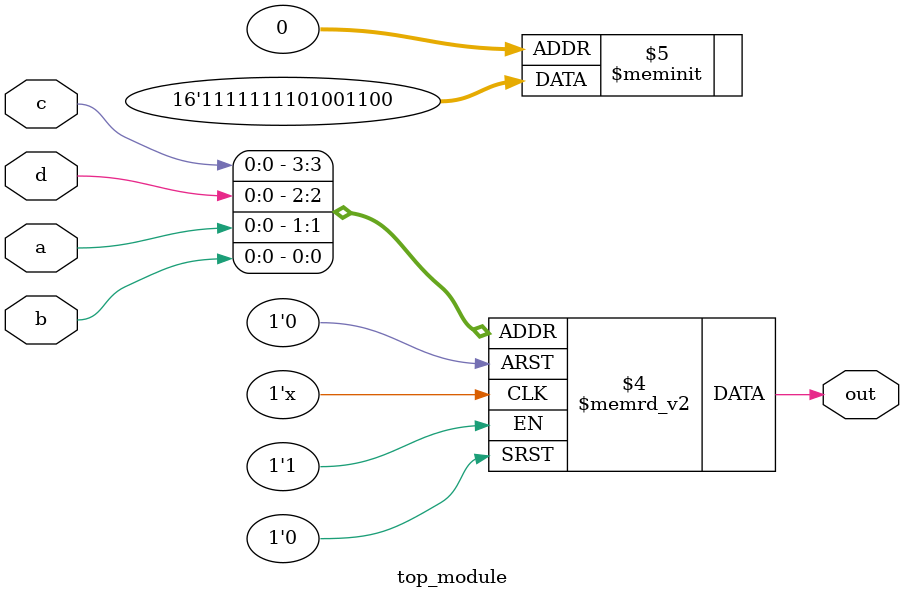
<source format=sv>
module top_module (
    input a, 
    input b,
    input c,
    input d,
    output reg out
);

always @(*) begin
    case ({c, d, a, b})
        4'b0000: out = 0;
        4'b0001: out = 0;
        4'b0010: out = 1;
        4'b0011: out = 1;
        4'b0100: out = 0;
        4'b0101: out = 0;
        4'b0110: out = 1;
        // 4'b0111: out = d; don't-care can be 0 or 1, choosing 0
        4'b0111: out = 0;
        4'b1000: out = 1;
        4'b1001: out = 1;
        4'b1010: out = 1;
        4'b1011: out = 1;
        4'b1100: out = 1;
        4'b1101: out = 1;
        4'b1110: out = 1;
        4'b1111: out = 1;
        default: out = 0; // default case
    endcase
end

endmodule

</source>
